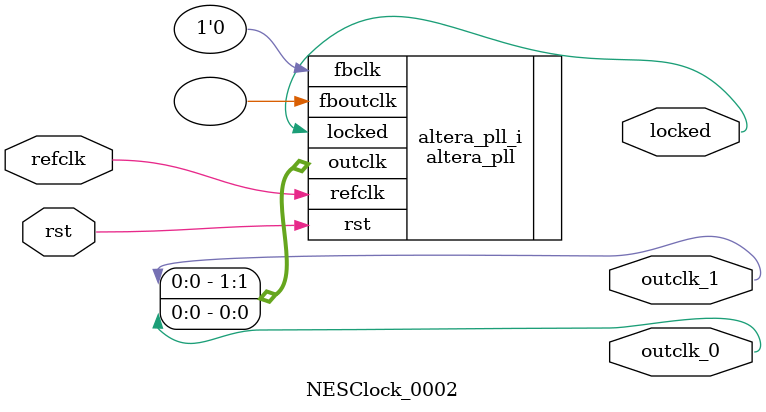
<source format=v>
`timescale 1ns/10ps
module  NESClock_0002(

	// interface 'refclk'
	input wire refclk,

	// interface 'reset'
	input wire rst,

	// interface 'outclk0'
	output wire outclk_0,

	// interface 'outclk1'
	output wire outclk_1,

	// interface 'locked'
	output wire locked
);

	altera_pll #(
		.fractional_vco_multiplier("false"),
		.reference_clock_frequency("50.0 MHz"),
		.operation_mode("direct"),
		.number_of_clocks(2),
		.output_clock_frequency0("5.369458 MHz"),
		.phase_shift0("0 ps"),
		.duty_cycle0(50),
		.output_clock_frequency1("1.789819 MHz"),
		.phase_shift1("0 ps"),
		.duty_cycle1(50),
		.output_clock_frequency2("0 MHz"),
		.phase_shift2("0 ps"),
		.duty_cycle2(50),
		.output_clock_frequency3("0 MHz"),
		.phase_shift3("0 ps"),
		.duty_cycle3(50),
		.output_clock_frequency4("0 MHz"),
		.phase_shift4("0 ps"),
		.duty_cycle4(50),
		.output_clock_frequency5("0 MHz"),
		.phase_shift5("0 ps"),
		.duty_cycle5(50),
		.output_clock_frequency6("0 MHz"),
		.phase_shift6("0 ps"),
		.duty_cycle6(50),
		.output_clock_frequency7("0 MHz"),
		.phase_shift7("0 ps"),
		.duty_cycle7(50),
		.output_clock_frequency8("0 MHz"),
		.phase_shift8("0 ps"),
		.duty_cycle8(50),
		.output_clock_frequency9("0 MHz"),
		.phase_shift9("0 ps"),
		.duty_cycle9(50),
		.output_clock_frequency10("0 MHz"),
		.phase_shift10("0 ps"),
		.duty_cycle10(50),
		.output_clock_frequency11("0 MHz"),
		.phase_shift11("0 ps"),
		.duty_cycle11(50),
		.output_clock_frequency12("0 MHz"),
		.phase_shift12("0 ps"),
		.duty_cycle12(50),
		.output_clock_frequency13("0 MHz"),
		.phase_shift13("0 ps"),
		.duty_cycle13(50),
		.output_clock_frequency14("0 MHz"),
		.phase_shift14("0 ps"),
		.duty_cycle14(50),
		.output_clock_frequency15("0 MHz"),
		.phase_shift15("0 ps"),
		.duty_cycle15(50),
		.output_clock_frequency16("0 MHz"),
		.phase_shift16("0 ps"),
		.duty_cycle16(50),
		.output_clock_frequency17("0 MHz"),
		.phase_shift17("0 ps"),
		.duty_cycle17(50),
		.pll_type("General"),
		.pll_subtype("General")
	) altera_pll_i (
		.rst	(rst),
		.outclk	({outclk_1, outclk_0}),
		.locked	(locked),
		.fboutclk	( ),
		.fbclk	(1'b0),
		.refclk	(refclk)
	);
endmodule


</source>
